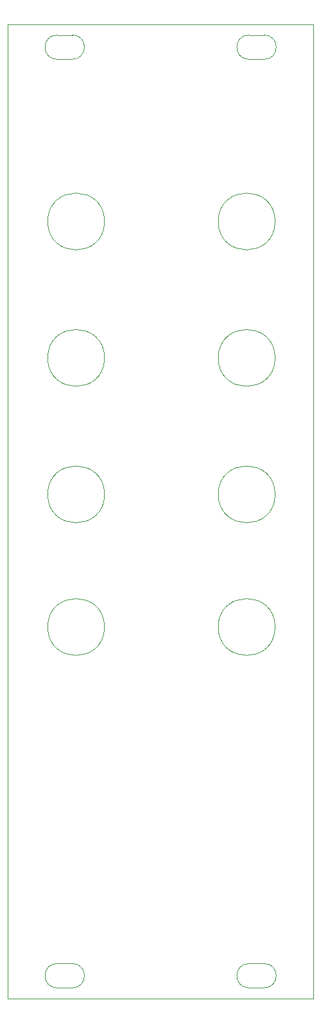
<source format=gbr>
G04 #@! TF.GenerationSoftware,KiCad,Pcbnew,(5.1.5-0)*
G04 #@! TF.CreationDate,2021-01-12T21:58:13-08:00*
G04 #@! TF.ProjectId,delaynomore,64656c61-796e-46f6-9d6f-72652e6b6963,rev?*
G04 #@! TF.SameCoordinates,Original*
G04 #@! TF.FileFunction,Profile,NP*
%FSLAX46Y46*%
G04 Gerber Fmt 4.6, Leading zero omitted, Abs format (unit mm)*
G04 Created by KiCad (PCBNEW (5.1.5-0)) date 2021-01-12 21:58:13*
%MOMM*%
%LPD*%
G04 APERTURE LIST*
%ADD10C,0.050000*%
G04 APERTURE END LIST*
D10*
X35250000Y-79500000D02*
G75*
G03X35250000Y-79500000I-3750000J0D01*
G01*
X12750000Y-79500000D02*
G75*
G03X12750000Y-79500000I-3750000J0D01*
G01*
X12750000Y-62000000D02*
G75*
G03X12750000Y-62000000I-3750000J0D01*
G01*
X35250000Y-62000000D02*
G75*
G03X35250000Y-62000000I-3750000J0D01*
G01*
X12750000Y-44000000D02*
G75*
G03X12750000Y-44000000I-3750000J0D01*
G01*
X35250000Y-44000000D02*
G75*
G03X35250000Y-44000000I-3750000J0D01*
G01*
X12750000Y-26000000D02*
G75*
G03X12750000Y-26000000I-3750000J0D01*
G01*
X35250000Y-26000000D02*
G75*
G03X35250000Y-26000000I-3750000J0D01*
G01*
X8500000Y-123900000D02*
G75*
G02X8500000Y-127100000I0J-1600000D01*
G01*
X6500000Y-123900000D02*
X8500000Y-123900000D01*
X6500000Y-127100000D02*
G75*
G02X6500000Y-123900000I0J1600000D01*
G01*
X6500000Y-127100000D02*
X8500000Y-127100000D01*
X8500000Y-1400000D02*
G75*
G02X8500000Y-4600000I0J-1600000D01*
G01*
X6500000Y-1400000D02*
X8500000Y-1400000D01*
X6500000Y-4600000D02*
G75*
G02X6500000Y-1400000I0J1600000D01*
G01*
X6500000Y-4600000D02*
X8500000Y-4600000D01*
X33800000Y-123900000D02*
G75*
G02X33800000Y-127100000I0J-1600000D01*
G01*
X31800000Y-123900000D02*
X33800000Y-123900000D01*
X31800000Y-127100000D02*
G75*
G02X31800000Y-123900000I0J1600000D01*
G01*
X31800000Y-127100000D02*
X33800000Y-127100000D01*
X31800000Y-1400000D02*
X33800000Y-1400000D01*
X31800000Y-4600000D02*
X33800000Y-4600000D01*
X31800000Y-4600000D02*
G75*
G02X31800000Y-1400000I0J1600000D01*
G01*
X33800000Y-1400000D02*
G75*
G02X33800000Y-4600000I0J-1600000D01*
G01*
X0Y-128500000D02*
X0Y0D01*
X40300000Y-128500000D02*
X0Y-128500000D01*
X40300000Y0D02*
X40300000Y-128500000D01*
X0Y0D02*
X40300000Y0D01*
M02*

</source>
